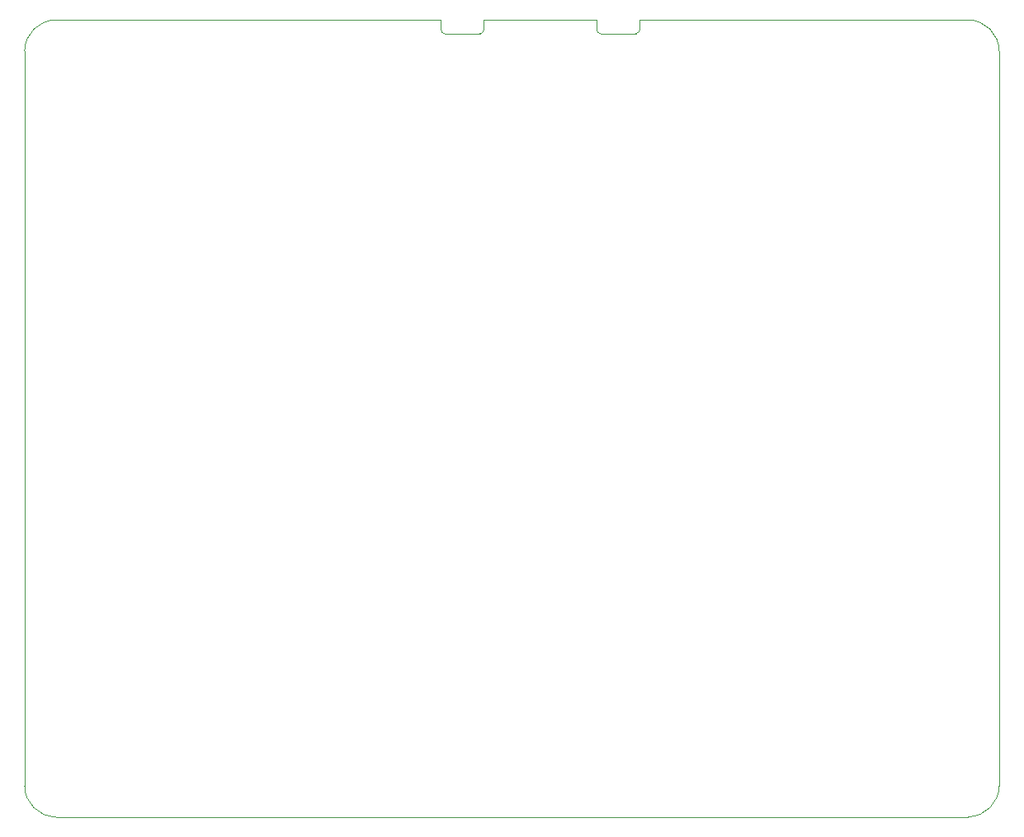
<source format=gbr>
%TF.GenerationSoftware,KiCad,Pcbnew,8.0.8*%
%TF.CreationDate,2025-02-08T23:29:31-05:00*%
%TF.ProjectId,stringy,73747269-6e67-4792-9e6b-696361645f70,rev?*%
%TF.SameCoordinates,Original*%
%TF.FileFunction,Profile,NP*%
%FSLAX46Y46*%
G04 Gerber Fmt 4.6, Leading zero omitted, Abs format (unit mm)*
G04 Created by KiCad (PCBNEW 8.0.8) date 2025-02-08 23:29:31*
%MOMM*%
%LPD*%
G01*
G04 APERTURE LIST*
%TA.AperFunction,Profile*%
%ADD10C,0.050000*%
%TD*%
%TA.AperFunction,Profile*%
%ADD11C,0.120000*%
%TD*%
G04 APERTURE END LIST*
D10*
X51160000Y-107380000D02*
X51160000Y-31970000D01*
X54360000Y-110580000D02*
G75*
G02*
X51160000Y-107380000I0J3200000D01*
G01*
X102582500Y-28770000D02*
X105570000Y-28770000D01*
X147960000Y-110580000D02*
X54360000Y-110580000D01*
X151160000Y-31970000D02*
X151160000Y-107380000D01*
X118570000Y-28770000D02*
X147960000Y-28770000D01*
X54360000Y-28770000D02*
X89582500Y-28770000D01*
X151160000Y-107380000D02*
G75*
G02*
X147960000Y-110580000I-3200000J0D01*
G01*
X147960000Y-28770000D02*
G75*
G02*
X151160000Y-31970000I0J-3200000D01*
G01*
X51160000Y-31970000D02*
G75*
G02*
X54360000Y-28770000I3200000J0D01*
G01*
D11*
%TO.C,J4*%
X105570000Y-28770000D02*
X109870000Y-28770000D01*
X109870000Y-28770000D02*
X109870000Y-29770000D01*
X110270000Y-30170000D02*
X113870000Y-30170000D01*
X114270000Y-28770000D02*
X114270000Y-29770000D01*
X118570000Y-28770000D02*
X114270000Y-28770000D01*
X110270000Y-30170000D02*
G75*
G02*
X109870000Y-29770000I2J400002D01*
G01*
X114270000Y-29770000D02*
G75*
G02*
X113870000Y-30170000I-400000J0D01*
G01*
%TO.C,J3*%
X89582500Y-28770000D02*
X93882500Y-28770000D01*
X93882500Y-28770000D02*
X93882500Y-29770000D01*
X94282500Y-30170000D02*
X97882500Y-30170000D01*
X98282500Y-28770000D02*
X98282500Y-29770000D01*
X102582500Y-28770000D02*
X98282500Y-28770000D01*
X94282500Y-30170000D02*
G75*
G02*
X93882500Y-29770000I2J400002D01*
G01*
X98282500Y-29770000D02*
G75*
G02*
X97882500Y-30170000I-400000J0D01*
G01*
%TD*%
M02*

</source>
